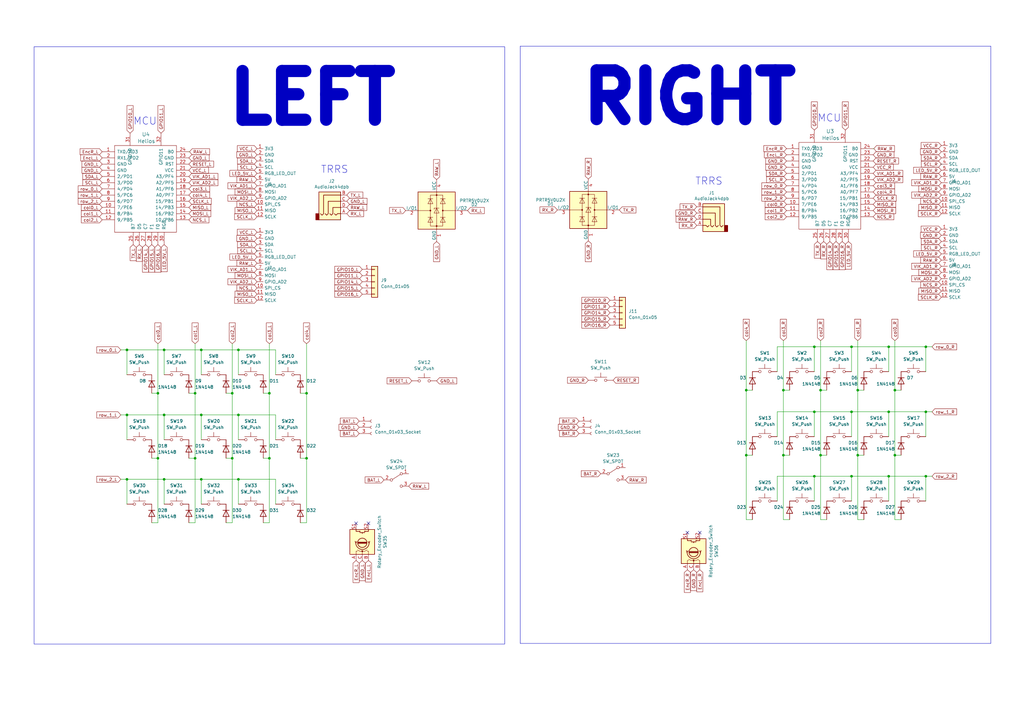
<source format=kicad_sch>
(kicad_sch (version 20230121) (generator eeschema)
  (paper "A3")
  (junction (at 52.07 143.51))
  (junction (at 64.77 161.29))
  (junction (at 334.01 195.326))
  (junction (at 306.07 186.69))
  (junction (at 64.77 187.96))
  (junction (at 367.03 160.02))
  (junction (at 336.55 186.69))
  (junction (at 364.49 142.24))
  (junction (at 367.03 186.69))
  (junction (at 321.31 186.69))
  (junction (at 80.01 161.29))
  (junction (at 97.79 170.18))
  (junction (at 95.25 161.29))
  (junction (at 82.55 170.18))
  (junction (at 334.01 142.24))
  (junction (at 97.79 143.51))
  (junction (at 336.55 160.02))
  (junction (at 349.25 168.91))
  (junction (at 334.01 168.91))
  (junction (at 82.55 196.596))
  (junction (at 125.73 187.96))
  (junction (at 82.55 143.51))
  (junction (at 67.31 196.596))
  (junction (at 95.25 187.96))
  (junction (at 364.49 195.326))
  (junction (at 52.07 170.18))
  (junction (at 52.07 196.596))
  (junction (at 306.07 160.02))
  (junction (at 379.73 195.326))
  (junction (at 97.79 196.596))
  (junction (at 110.49 187.96))
  (junction (at 349.25 195.326))
  (junction (at 110.49 161.29))
  (junction (at 67.31 170.18))
  (junction (at 125.73 161.29))
  (junction (at 351.79 186.69))
  (junction (at 364.49 168.91))
  (junction (at 379.73 142.24))
  (junction (at 80.01 187.96))
  (junction (at 321.31 160.02))
  (junction (at 351.79 160.02))
  (junction (at 379.73 168.91))
  (junction (at 349.25 142.24))
  (junction (at 67.31 143.51))
  (no_connect (at 281.94 218.44))
  (no_connect (at 146.05 214.63))
  (no_connect (at 287.02 218.44))
  (no_connect (at 151.13 214.63))
  (wire (pts (xy 334.01 142.24) (xy 334.01 152.4)))
  (wire (pts (xy 321.31 186.69) (xy 321.31 213.106)))
  (wire (pts (xy 379.73 142.24) (xy 364.49 142.24)))
  (wire (pts (xy 318.77 142.24) (xy 318.77 152.4)))
  (wire (pts (xy 95.25 187.96) (xy 95.25 161.29)))
  (wire (pts (xy 336.55 186.69) (xy 339.09 186.69)))
  (wire (pts (xy 367.03 186.69) (xy 369.57 186.69)))
  (wire (pts (xy 80.01 187.96) (xy 77.47 187.96)))
  (wire (pts (xy 349.25 168.91) (xy 349.25 179.07)))
  (wire (pts (xy 336.55 160.02) (xy 339.09 160.02)))
  (wire (pts (xy 336.55 139.7) (xy 336.55 160.02)))
  (wire (pts (xy 49.53 170.18) (xy 52.07 170.18)))
  (wire (pts (xy 369.57 213.106) (xy 367.03 213.106)))
  (wire (pts (xy 125.73 214.376) (xy 123.19 214.376)))
  (wire (pts (xy 334.01 195.326) (xy 334.01 205.486)))
  (wire (pts (xy 113.03 143.51) (xy 113.03 153.67)))
  (wire (pts (xy 306.07 186.69) (xy 306.07 160.02)))
  (wire (pts (xy 336.55 186.69) (xy 336.55 213.106)))
  (wire (pts (xy 125.73 161.29) (xy 123.19 161.29)))
  (wire (pts (xy 95.25 140.97) (xy 95.25 161.29)))
  (wire (pts (xy 110.49 187.96) (xy 110.49 161.29)))
  (wire (pts (xy 77.47 161.29) (xy 80.01 161.29)))
  (wire (pts (xy 351.79 139.7) (xy 351.79 160.02)))
  (wire (pts (xy 306.07 139.7) (xy 306.07 160.02)))
  (wire (pts (xy 367.03 186.69) (xy 367.03 160.02)))
  (wire (pts (xy 351.79 213.106) (xy 354.33 213.106)))
  (wire (pts (xy 364.49 168.91) (xy 364.49 179.07)))
  (wire (pts (xy 306.07 213.106) (xy 308.61 213.106)))
  (wire (pts (xy 110.49 161.29) (xy 107.95 161.29)))
  (wire (pts (xy 62.23 214.376) (xy 64.77 214.376)))
  (wire (pts (xy 334.01 142.24) (xy 318.77 142.24)))
  (wire (pts (xy 349.25 168.91) (xy 334.01 168.91)))
  (wire (pts (xy 64.77 187.96) (xy 64.77 161.29)))
  (wire (pts (xy 382.27 195.326) (xy 379.73 195.326)))
  (wire (pts (xy 364.49 142.24) (xy 349.25 142.24)))
  (wire (pts (xy 125.73 187.96) (xy 125.73 214.376)))
  (wire (pts (xy 334.01 168.91) (xy 334.01 179.07)))
  (wire (pts (xy 52.07 196.596) (xy 52.07 206.756)))
  (wire (pts (xy 125.73 140.97) (xy 125.73 161.29)))
  (wire (pts (xy 82.55 170.18) (xy 97.79 170.18)))
  (wire (pts (xy 52.07 196.596) (xy 67.31 196.596)))
  (wire (pts (xy 379.73 168.91) (xy 364.49 168.91)))
  (wire (pts (xy 379.73 179.07) (xy 379.73 168.91)))
  (wire (pts (xy 318.77 195.326) (xy 318.77 205.486)))
  (wire (pts (xy 382.27 168.91) (xy 379.73 168.91)))
  (wire (pts (xy 95.25 187.96) (xy 95.25 214.376)))
  (wire (pts (xy 97.79 143.51) (xy 97.79 153.67)))
  (wire (pts (xy 82.55 143.51) (xy 82.55 153.67)))
  (wire (pts (xy 82.55 196.596) (xy 97.79 196.596)))
  (wire (pts (xy 64.77 187.96) (xy 64.77 214.376)))
  (wire (pts (xy 113.03 196.596) (xy 113.03 206.756)))
  (wire (pts (xy 64.77 140.97) (xy 64.77 161.29)))
  (wire (pts (xy 52.07 170.18) (xy 67.31 170.18)))
  (wire (pts (xy 80.01 187.96) (xy 80.01 214.376)))
  (wire (pts (xy 77.47 62.23) (xy 77.724 62.23)))
  (wire (pts (xy 52.07 143.51) (xy 52.07 153.67)))
  (wire (pts (xy 67.31 196.596) (xy 82.55 196.596)))
  (wire (pts (xy 336.55 186.69) (xy 336.55 160.02)))
  (wire (pts (xy 349.25 195.326) (xy 334.01 195.326)))
  (wire (pts (xy 110.49 187.96) (xy 107.95 187.96)))
  (wire (pts (xy 110.49 187.96) (xy 110.49 214.376)))
  (wire (pts (xy 354.33 160.02) (xy 351.79 160.02)))
  (wire (pts (xy 67.31 196.596) (xy 67.31 206.756)))
  (wire (pts (xy 80.01 140.97) (xy 80.01 161.29)))
  (wire (pts (xy 110.49 140.97) (xy 110.49 161.29)))
  (wire (pts (xy 379.73 195.326) (xy 364.49 195.326)))
  (wire (pts (xy 364.49 142.24) (xy 364.49 152.4)))
  (wire (pts (xy 351.79 186.69) (xy 351.79 213.106)))
  (wire (pts (xy 367.03 160.02) (xy 369.57 160.02)))
  (wire (pts (xy 49.53 196.596) (xy 52.07 196.596)))
  (wire (pts (xy 379.73 142.24) (xy 379.73 152.4)))
  (wire (pts (xy 321.31 139.7) (xy 321.31 160.02)))
  (wire (pts (xy 52.07 143.51) (xy 67.31 143.51)))
  (wire (pts (xy 349.25 142.24) (xy 349.25 152.4)))
  (wire (pts (xy 349.25 142.24) (xy 334.01 142.24)))
  (wire (pts (xy 306.07 186.69) (xy 306.07 213.106)))
  (wire (pts (xy 351.79 186.69) (xy 354.33 186.69)))
  (wire (pts (xy 364.49 168.91) (xy 349.25 168.91)))
  (wire (pts (xy 49.53 143.51) (xy 52.07 143.51)))
  (wire (pts (xy 67.31 170.18) (xy 82.55 170.18)))
  (wire (pts (xy 321.31 186.69) (xy 321.31 160.02)))
  (wire (pts (xy 339.09 213.106) (xy 336.55 213.106)))
  (wire (pts (xy 321.31 160.02) (xy 323.85 160.02)))
  (wire (pts (xy 95.25 161.29) (xy 92.71 161.29)))
  (wire (pts (xy 321.31 213.106) (xy 323.85 213.106)))
  (wire (pts (xy 80.01 161.29) (xy 80.01 187.96)))
  (wire (pts (xy 97.79 170.18) (xy 97.79 180.34)))
  (wire (pts (xy 334.01 195.326) (xy 318.77 195.326)))
  (wire (pts (xy 349.25 195.326) (xy 349.25 205.486)))
  (wire (pts (xy 125.73 187.96) (xy 123.19 187.96)))
  (wire (pts (xy 306.07 186.69) (xy 308.61 186.69)))
  (wire (pts (xy 364.49 195.326) (xy 364.49 205.486)))
  (wire (pts (xy 92.71 214.376) (xy 95.25 214.376)))
  (wire (pts (xy 113.03 170.18) (xy 113.03 180.34)))
  (wire (pts (xy 358.14 60.96) (xy 358.394 60.96)))
  (wire (pts (xy 367.03 139.7) (xy 367.03 160.02)))
  (wire (pts (xy 351.79 160.02) (xy 351.79 186.69)))
  (wire (pts (xy 125.73 187.96) (xy 125.73 161.29)))
  (wire (pts (xy 110.49 214.376) (xy 107.95 214.376)))
  (wire (pts (xy 382.27 142.24) (xy 379.73 142.24)))
  (wire (pts (xy 80.01 214.376) (xy 77.47 214.376)))
  (wire (pts (xy 52.07 180.34) (xy 52.07 170.18)))
  (wire (pts (xy 64.77 187.96) (xy 62.23 187.96)))
  (wire (pts (xy 321.31 186.69) (xy 323.85 186.69)))
  (wire (pts (xy 67.31 143.51) (xy 82.55 143.51)))
  (wire (pts (xy 334.01 168.91) (xy 318.77 168.91)))
  (wire (pts (xy 367.03 186.69) (xy 367.03 213.106)))
  (wire (pts (xy 67.31 143.51) (xy 67.31 153.67)))
  (wire (pts (xy 318.77 168.91) (xy 318.77 179.07)))
  (wire (pts (xy 82.55 170.18) (xy 82.55 180.34)))
  (wire (pts (xy 306.07 160.02) (xy 308.61 160.02)))
  (wire (pts (xy 67.31 170.18) (xy 67.31 180.34)))
  (wire (pts (xy 97.79 196.596) (xy 113.03 196.596)))
  (wire (pts (xy 82.55 143.51) (xy 97.79 143.51)))
  (wire (pts (xy 82.55 196.596) (xy 82.55 206.756)))
  (wire (pts (xy 379.73 195.326) (xy 379.73 205.486)))
  (wire (pts (xy 97.79 196.596) (xy 97.79 206.756)))
  (wire (pts (xy 97.79 170.18) (xy 113.03 170.18)))
  (wire (pts (xy 95.25 187.96) (xy 92.71 187.96)))
  (wire (pts (xy 64.77 161.29) (xy 62.23 161.29)))
  (wire (pts (xy 364.49 195.326) (xy 349.25 195.326)))
  (wire (pts (xy 97.79 143.51) (xy 113.03 143.51)))
  (rectangle (start 13.97 19.177) (end 207.01 264.16))
  (rectangle (start 213.36 263.906) (end 406.4 18.923))
  (text "TRRS" (at 296.418 76.2 0) (effects (font (size 2.9972 2.9972)) (justify right bottom)))
  (text "MCU" (at 54.61 51.562 0) (effects (font (size 2.9972 2.9972)) (justify left bottom)))
  (text "MCU" (at 335.28 50.292 0) (effects (font (size 2.9972 2.9972)) (justify left bottom)))
  (text "LEFT" (at 91.44 52.07 0) (effects (font (size 20 20) (thickness 6) bold) (justify left bottom)))
  (text "RIGHT\n" (at 328.93 51.816 0) (effects (font (size 20 20) (thickness 6) bold) (justify right bottom)))
  (text "TRRS" (at 131.572 71.374 0) (effects (font (size 2.9972 2.9972)) (justify left bottom)))
  (global_label "GPIO14_R" (shape input) (at 340.36 99.06 270) (property "Intersheetrefs" "${INTERSHEET_REFS}" (effects hide)))
  (global_label "NCS_L" (shape input) (at 77.47 90.17 0) (property "Intersheetrefs" "${INTERSHEET_REFS}" (effects hide)))
  (global_label "EncL_R" (shape input) (at 322.58 63.5 180) (property "Intersheetrefs" "${INTERSHEET_REFS}" (effects hide)))
  (global_label "GPIO15_R" (shape input) (at 250.19 130.81 180) (property "Intersheetrefs" "${INTERSHEET_REFS}" (effects hide)))
  (global_label "VCC_R" (shape input) (at 386.08 59.69 180) (property "Intersheetrefs" "${INTERSHEET_REFS}" (effects hide)))
  (global_label "VIK_AD2_L" (shape input) (at 105.41 81.28 180) (property "Intersheetrefs" "${INTERSHEET_REFS}" (effects hide)))
  (global_label "EncR_L" (shape input) (at 41.91 62.23 180) (property "Intersheetrefs" "${INTERSHEET_REFS}" (effects hide)))
  (global_label "TX_L" (shape input) (at 54.61 100.33 270) (property "Intersheetrefs" "${INTERSHEET_REFS}" (effects hide)))
  (global_label "RX_R" (shape input) (at 228.6 86.106 180) (property "Intersheetrefs" "${INTERSHEET_REFS}" (effects hide)))
  (global_label "NCS_R" (shape input) (at 386.08 82.55 180) (property "Intersheetrefs" "${INTERSHEET_REFS}" (effects hide)))
  (global_label "EncL_L" (shape input) (at 151.13 229.87 270) (property "Intersheetrefs" "${INTERSHEET_REFS}" (effects hide)))
  (global_label "SDA_R" (shape input) (at 322.58 71.12 180) (property "Intersheetrefs" "${INTERSHEET_REFS}" (effects hide)))
  (global_label "LED_5V_R" (shape input) (at 386.08 69.85 180) (property "Intersheetrefs" "${INTERSHEET_REFS}" (effects hide)))
  (global_label "SCLK_R" (shape input) (at 386.08 87.63 180) (property "Intersheetrefs" "${INTERSHEET_REFS}" (effects hide)))
  (global_label "row_0_L" (shape input) (at 49.53 143.51 180) (property "Intersheetrefs" "${INTERSHEET_REFS}" (effects hide)))
  (global_label "GND_R" (shape input) (at 386.08 96.52 180) (property "Intersheetrefs" "${INTERSHEET_REFS}" (effects hide)))
  (global_label "GPIO10_R" (shape input) (at 334.01 53.34 90) (property "Intersheetrefs" "${INTERSHEET_REFS}" (effects hide)))
  (global_label "VIK_AD2_L" (shape input) (at 105.41 115.57 180) (property "Intersheetrefs" "${INTERSHEET_REFS}" (effects hide)))
  (global_label "BAT_L" (shape input) (at 147.32 172.72 180) (property "Intersheetrefs" "${INTERSHEET_REFS}" (effects hide)))
  (global_label "EncL_R" (shape input) (at 287.02 233.68 270) (property "Intersheetrefs" "${INTERSHEET_REFS}" (effects hide)))
  (global_label "SDA_L" (shape input) (at 105.41 66.04 180) (property "Intersheetrefs" "${INTERSHEET_REFS}" (effects hide)))
  (global_label "col1_L" (shape input) (at 80.01 140.97 90) (property "Intersheetrefs" "${INTERSHEET_REFS}" (effects hide)))
  (global_label "SCL_R" (shape input) (at 386.08 101.6 180) (property "Intersheetrefs" "${INTERSHEET_REFS}" (effects hide)))
  (global_label "SDA_R" (shape input) (at 386.08 99.06 180) (property "Intersheetrefs" "${INTERSHEET_REFS}" (effects hide)))
  (global_label "row_0_R" (shape input) (at 322.58 76.2 180) (property "Intersheetrefs" "${INTERSHEET_REFS}" (effects hide)))
  (global_label "GPIO11_R" (shape input) (at 346.71 53.34 90) (property "Intersheetrefs" "${INTERSHEET_REFS}" (effects hide)))
  (global_label "SCL_R" (shape input) (at 386.08 67.31 180) (property "Intersheetrefs" "${INTERSHEET_REFS}" (effects hide)))
  (global_label "MISO_R" (shape input) (at 386.08 119.38 180) (property "Intersheetrefs" "${INTERSHEET_REFS}" (effects hide)))
  (global_label "col1_R" (shape input) (at 351.79 139.7 90) (property "Intersheetrefs" "${INTERSHEET_REFS}" (effects hide)))
  (global_label "EncL_L" (shape input) (at 41.91 64.77 180) (property "Intersheetrefs" "${INTERSHEET_REFS}" (effects hide)))
  (global_label "VIK_AD1_L" (shape input) (at 105.41 110.49 180) (property "Intersheetrefs" "${INTERSHEET_REFS}" (effects hide)))
  (global_label "MISO_R" (shape input) (at 386.08 85.09 180) (property "Intersheetrefs" "${INTERSHEET_REFS}" (effects hide)))
  (global_label "RX_L" (shape input) (at 191.77 86.36 0) (property "Intersheetrefs" "${INTERSHEET_REFS}" (effects hide)))
  (global_label "MOSI_R" (shape input) (at 386.08 77.47 180) (property "Intersheetrefs" "${INTERSHEET_REFS}" (effects hide)))
  (global_label "SCLK_L" (shape input) (at 77.47 82.55 0) (property "Intersheetrefs" "${INTERSHEET_REFS}" (effects hide)))
  (global_label "GND_L" (shape input) (at 105.41 97.79 180) (property "Intersheetrefs" "${INTERSHEET_REFS}" (effects hide)))
  (global_label "GND_L" (shape input) (at 179.07 99.06 270) (property "Intersheetrefs" "${INTERSHEET_REFS}" (effects hide)))
  (global_label "TX_L" (shape input) (at 166.37 86.36 180) (property "Intersheetrefs" "${INTERSHEET_REFS}" (effects hide)))
  (global_label "row_1_L" (shape input) (at 41.91 80.01 180) (property "Intersheetrefs" "${INTERSHEET_REFS}" (effects hide)))
  (global_label "GPIO15_R" (shape input) (at 342.9 99.06 270) (property "Intersheetrefs" "${INTERSHEET_REFS}" (effects hide)))
  (global_label "GND_R" (shape input) (at 322.58 66.04 180) (property "Intersheetrefs" "${INTERSHEET_REFS}" (effects hide)))
  (global_label "SDA_R" (shape input) (at 386.08 64.77 180) (property "Intersheetrefs" "${INTERSHEET_REFS}" (effects hide)))
  (global_label "RAW_R" (shape input) (at 358.394 60.96 0) (property "Intersheetrefs" "${INTERSHEET_REFS}" (effects hide)))
  (global_label "BAT_R" (shape input) (at 237.49 177.8 180) (property "Intersheetrefs" "${INTERSHEET_REFS}" (effects hide)))
  (global_label "row_2_L" (shape input) (at 49.53 196.596 180) (property "Intersheetrefs" "${INTERSHEET_REFS}" (effects hide)))
  (global_label "GND_L" (shape input) (at 105.41 63.5 180) (property "Intersheetrefs" "${INTERSHEET_REFS}" (effects hide)))
  (global_label "RX_L" (shape input) (at 142.24 87.63 0) (property "Intersheetrefs" "${INTERSHEET_REFS}" (effects hide)))
  (global_label "MISO_R" (shape input) (at 358.14 83.82 0) (property "Intersheetrefs" "${INTERSHEET_REFS}" (effects hide)))
  (global_label "row_0_R" (shape input) (at 382.27 142.24 0) (property "Intersheetrefs" "${INTERSHEET_REFS}" (effects hide)))
  (global_label "NCS_R" (shape input) (at 358.14 88.9 0) (property "Intersheetrefs" "${INTERSHEET_REFS}" (effects hide)))
  (global_label "MOSI_R" (shape input) (at 358.14 86.36 0) (property "Intersheetrefs" "${INTERSHEET_REFS}" (effects hide)))
  (global_label "RAW_R" (shape input) (at 256.54 196.85 0) (property "Intersheetrefs" "${INTERSHEET_REFS}" (effects hide)))
  (global_label "row_1_R" (shape input) (at 382.27 168.91 0) (property "Intersheetrefs" "${INTERSHEET_REFS}" (effects hide)))
  (global_label "LED_5V_R" (shape input) (at 347.98 99.06 270) (property "Intersheetrefs" "${INTERSHEET_REFS}" (effects hide)))
  (global_label "col1_L" (shape input) (at 41.91 87.63 180) (property "Intersheetrefs" "${INTERSHEET_REFS}" (effects hide)))
  (global_label "RAW_L" (shape input) (at 179.07 73.66 90) (property "Intersheetrefs" "${INTERSHEET_REFS}" (effects hide)))
  (global_label "VIK_AD1_R" (shape input) (at 386.08 74.93 180) (property "Intersheetrefs" "${INTERSHEET_REFS}" (effects hide)))
  (global_label "NCS_L" (shape input) (at 105.41 83.82 180) (property "Intersheetrefs" "${INTERSHEET_REFS}" (effects hide)))
  (global_label "col2_L" (shape input) (at 95.25 140.97 90) (property "Intersheetrefs" "${INTERSHEET_REFS}" (effects hide)))
  (global_label "VIK_AD1_R" (shape input) (at 386.08 109.22 180) (property "Intersheetrefs" "${INTERSHEET_REFS}" (effects hide)))
  (global_label "MISO_L" (shape input) (at 77.47 85.09 0) (property "Intersheetrefs" "${INTERSHEET_REFS}" (effects hide)))
  (global_label "col0_R" (shape input) (at 322.58 83.82 180) (property "Intersheetrefs" "${INTERSHEET_REFS}" (effects hide)))
  (global_label "MOSI_R" (shape input) (at 386.08 111.76 180) (property "Intersheetrefs" "${INTERSHEET_REFS}" (effects hide)))
  (global_label "GPIO11_R" (shape input) (at 250.19 125.73 180) (property "Intersheetrefs" "${INTERSHEET_REFS}" (effects hide)))
  (global_label "GND_R" (shape input) (at 241.3 155.956 180) (property "Intersheetrefs" "${INTERSHEET_REFS}" (effects hide)))
  (global_label "RAW_R" (shape input) (at 285.75 89.916 180) (property "Intersheetrefs" "${INTERSHEET_REFS}" (effects hide)))
  (global_label "MOSI_L" (shape input) (at 105.41 113.03 180) (property "Intersheetrefs" "${INTERSHEET_REFS}" (effects hide)))
  (global_label "GPIO15_L" (shape input) (at 62.23 100.33 270) (property "Intersheetrefs" "${INTERSHEET_REFS}" (effects hide)))
  (global_label "GND_L" (shape input) (at 142.24 82.55 0) (property "Intersheetrefs" "${INTERSHEET_REFS}" (effects hide)))
  (global_label "col3_L" (shape input) (at 77.47 77.47 0) (property "Intersheetrefs" "${INTERSHEET_REFS}" (effects hide)))
  (global_label "MOSI_L" (shape input) (at 105.41 78.74 180) (property "Intersheetrefs" "${INTERSHEET_REFS}" (effects hide)))
  (global_label "GND_R" (shape input) (at 386.08 62.23 180) (property "Intersheetrefs" "${INTERSHEET_REFS}" (effects hide)))
  (global_label "GND_L" (shape input) (at 179.07 156.21 0) (property "Intersheetrefs" "${INTERSHEET_REFS}" (effects hide)))
  (global_label "GPIO14_R" (shape input) (at 250.19 128.27 180) (property "Intersheetrefs" "${INTERSHEET_REFS}" (effects hide)))
  (global_label "SCLK_R" (shape input) (at 358.14 81.28 0) (property "Intersheetrefs" "${INTERSHEET_REFS}" (effects hide)))
  (global_label "RAW_R" (shape input) (at 241.3 73.406 90) (property "Intersheetrefs" "${INTERSHEET_REFS}" (effects hide)))
  (global_label "row_2_R" (shape input) (at 322.58 81.28 180) (property "Intersheetrefs" "${INTERSHEET_REFS}" (effects hide)))
  (global_label "SCL_L" (shape input) (at 105.41 102.87 180) (property "Intersheetrefs" "${INTERSHEET_REFS}" (effects hide)))
  (global_label "VIK_AD2_L" (shape input) (at 77.47 74.93 0) (property "Intersheetrefs" "${INTERSHEET_REFS}" (effects hide)))
  (global_label "RAW_R" (shape input) (at 386.08 72.39 180) (property "Intersheetrefs" "${INTERSHEET_REFS}" (effects hide)))
  (global_label "VIK_AD1_L" (shape input) (at 105.41 76.2 180) (property "Intersheetrefs" "${INTERSHEET_REFS}" (effects hide)))
  (global_label "RAW_L" (shape input) (at 77.724 62.23 0) (property "Intersheetrefs" "${INTERSHEET_REFS}" (effects hide)))
  (global_label "col3_L" (shape input) (at 110.49 140.97 90) (property "Intersheetrefs" "${INTERSHEET_REFS}" (effects hide)))
  (global_label "GND_R" (shape input) (at 241.3 98.806 270) (property "Intersheetrefs" "${INTERSHEET_REFS}" (effects hide)))
  (global_label "LED_5V_L" (shape input) (at 67.31 100.33 270) (property "Intersheetrefs" "${INTERSHEET_REFS}" (effects hide)))
  (global_label "col4_L" (shape input) (at 125.73 140.97 90) (property "Intersheetrefs" "${INTERSHEET_REFS}" (effects hide)))
  (global_label "BAT_L" (shape input) (at 147.32 177.8 180) (property "Intersheetrefs" "${INTERSHEET_REFS}" (effects hide)))
  (global_label "RAW_L" (shape input) (at 142.24 85.09 0) (property "Intersheetrefs" "${INTERSHEET_REFS}" (effects hide)))
  (global_label "GND_L" (shape input) (at 147.32 175.26 180) (property "Intersheetrefs" "${INTERSHEET_REFS}" (effects hide)))
  (global_label "LED_5V_L" (shape input) (at 105.41 71.12 180) (property "Intersheetrefs" "${INTERSHEET_REFS}" (effects hide)))
  (global_label "RAW_R" (shape input) (at 386.08 106.68 180) (property "Intersheetrefs" "${INTERSHEET_REFS}" (effects hide)))
  (global_label "GPIO15_L" (shape input) (at 148.59 118.11 180) (property "Intersheetrefs" "${INTERSHEET_REFS}" (effects hide)))
  (global_label "SCL_R" (shape input) (at 322.58 73.66 180) (property "Intersheetrefs" "${INTERSHEET_REFS}" (effects hide)))
  (global_label "RAW_L" (shape input) (at 167.64 199.39 0) (property "Intersheetrefs" "${INTERSHEET_REFS}" (effects hide)))
  (global_label "RAW_L" (shape input) (at 105.41 107.95 180) (property "Intersheetrefs" "${INTERSHEET_REFS}" (effects hide)))
  (global_label "BAT_R" (shape input) (at 237.49 172.72 180) (property "Intersheetrefs" "${INTERSHEET_REFS}" (effects hide)))
  (global_label "RESET_R" (shape input) (at 358.14 66.04 0) (property "Intersheetrefs" "${INTERSHEET_REFS}" (effects hide)))
  (global_label "row_1_R" (shape input) (at 322.58 78.74 180) (property "Intersheetrefs" "${INTERSHEET_REFS}" (effects hide)))
  (global_label "RESET_L" (shape input) (at 168.91 156.21 180) (property "Intersheetrefs" "${INTERSHEET_REFS}" (effects hide)))
  (global_label "BAT_L" (shape input) (at 157.48 196.85 180) (property "Intersheetrefs" "${INTERSHEET_REFS}" (effects hide)))
  (global_label "GND_L" (shape input) (at 41.91 67.31 180) (property "Intersheetrefs" "${INTERSHEET_REFS}" (effects hide)))
  (global_label "RX_R" (shape input) (at 337.82 99.06 270) (property "Intersheetrefs" "${INTERSHEET_REFS}" (effects hide)))
  (global_label "col3_R" (shape input) (at 321.31 139.7 90) (property "Intersheetrefs" "${INTERSHEET_REFS}" (effects hide)))
  (global_label "GPIO16_L" (shape input) (at 64.77 100.33 270) (property "Intersheetrefs" "${INTERSHEET_REFS}" (effects hide)))
  (global_label "RAW_L" (shape input) (at 105.41 73.66 180) (property "Intersheetrefs" "${INTERSHEET_REFS}" (effects hide)))
  (global_label "VCC_R" (shape input) (at 358.14 68.58 0) (property "Intersheetrefs" "${INTERSHEET_REFS}" (effects hide)))
  (global_label "VIK_AD2_R" (shape input) (at 386.08 114.3 180) (property "Intersheetrefs" "${INTERSHEET_REFS}" (effects hide)))
  (global_label "VCC_L" (shape input) (at 105.41 60.96 180) (property "Intersheetrefs" "${INTERSHEET_REFS}" (effects hide)))
  (global_label "LED_5V_R" (shape input) (at 386.08 104.14 180) (property "Intersheetrefs" "${INTERSHEET_REFS}" (effects hide)))
  (global_label "GND_L" (shape input) (at 77.47 64.77 0) (property "Intersheetrefs" "${INTERSHEET_REFS}" (effects hide)))
  (global_label "GPIO16_R" (shape input) (at 250.19 133.35 180) (property "Intersheetrefs" "${INTERSHEET_REFS}" (effects hide)))
  (global_label "MISO_L" (shape input) (at 105.41 120.65 180) (property "Intersheetrefs" "${INTERSHEET_REFS}" (effects hide)))
  (global_label "VIK_AD1_L" (shape input) (at 77.47 72.39 0) (property "Intersheetrefs" "${INTERSHEET_REFS}" (effects hide)))
  (global_label "NCS_R" (shape input) (at 386.08 116.84 180) (property "Intersheetrefs" "${INTERSHEET_REFS}" (effects hide)))
  (global_label "col4_R" (shape input) (at 306.07 139.7 90) (property "Intersheetrefs" "${INTERSHEET_REFS}" (effects hide)))
  (global_label "col2_L" (shape input) (at 41.91 90.17 180) (property "Intersheetrefs" "${INTERSHEET_REFS}" (effects hide)))
  (global_label "GND_R" (shape input) (at 322.58 68.58 180) (property "Intersheetrefs" "${INTERSHEET_REFS}" (effects hide)))
  (global_label "TX_R" (shape input) (at 335.28 99.06 270) (property "Intersheetrefs" "${INTERSHEET_REFS}" (effects hide)))
  (global_label "row_1_L" (shape input) (at 49.53 170.18 180) (property "Intersheetrefs" "${INTERSHEET_REFS}" (effects hide)))
  (global_label "row_2_L" (shape input) (at 41.91 82.55 180) (property "Intersheetrefs" "${INTERSHEET_REFS}" (effects hide)))
  (global_label "SCLK_R" (shape input) (at 386.08 121.92 180) (property "Intersheetrefs" "${INTERSHEET_REFS}" (effects hide)))
  (global_label "EncR_R" (shape input) (at 281.94 233.68 270) (property "Intersheetrefs" "${INTERSHEET_REFS}" (effects hide)))
  (global_label "VCC_R" (shape input) (at 386.08 93.98 180) (property "Intersheetrefs" "${INTERSHEET_REFS}" (effects hide)))
  (global_label "VIK_AD2_R" (shape input) (at 386.08 80.01 180) (property "Intersheetrefs" "${INTERSHEET_REFS}" (effects hide)))
  (global_label "GND_R" (shape input) (at 237.49 175.26 180) (property "Intersheetrefs" "${INTERSHEET_REFS}" (effects hide)))
  (global_label "GPIO10_R" (shape input) (at 250.19 123.19 180) (property "Intersheetrefs" "${INTERSHEET_REFS}" (effects hide)))
  (global_label "GND_R" (shape input) (at 358.14 63.5 0) (property "Intersheetrefs" "${INTERSHEET_REFS}" (effects hide)))
  (global_label "GND_R" (shape input) (at 285.75 87.376 180) (property "Intersheetrefs" "${INTERSHEET_REFS}" (effects hide)))
  (global_label "GPIO11_L" (shape input) (at 66.04 54.61 90) (property "Intersheetrefs" "${INTERSHEET_REFS}" (effects hide)))
  (global_label "GND_L" (shape input) (at 148.59 229.87 270) (property "Intersheetrefs" "${INTERSHEET_REFS}" (effects hide)))
  (global_label "col0_L" (shape input) (at 64.77 140.97 90) (property "Intersheetrefs" "${INTERSHEET_REFS}" (effects hide)))
  (global_label "GPIO16_R" (shape input) (at 345.44 99.06 270) (property "Intersheetrefs" "${INTERSHEET_REFS}" (effects hide)))
  (global_label "row_2_R" (shape input) (at 382.27 195.326 0) (property "Intersheetrefs" "${INTERSHEET_REFS}" (effects hide)))
  (global_label "EncR_R" (shape input) (at 322.58 60.96 180) (property "Intersheetrefs" "${INTERSHEET_REFS}" (effects hide)))
  (global_label "SCL_L" (shape input) (at 105.41 68.58 180) (property "Intersheetrefs" "${INTERSHEET_REFS}" (effects hide)))
  (global_label "GND_R" (shape input) (at 284.48 233.68 270) (property "Intersheetrefs" "${INTERSHEET_REFS}" (effects hide)))
  (global_label "col4_R" (shape input) (at 358.14 78.74 0) (property "Intersheetrefs" "${INTERSHEET_REFS}" (effects hide)))
  (global_label "RESET_R" (shape input) (at 251.46 155.956 0) (property "Intersheetrefs" "${INTERSHEET_REFS}" (effects hide)))
  (global_label "row_0_L" (shape input) (at 41.91 77.47 180) (property "Intersheetrefs" "${INTERSHEET_REFS}" (effects hide)))
  (global_label "GPIO10_L" (shape input) (at 53.34 54.61 90) (property "Intersheetrefs" "${INTERSHEET_REFS}" (effects hide)))
  (global_label "LED_5V_L" (shape input) (at 105.41 105.41 180) (property "Intersheetrefs" "${INTERSHEET_REFS}" (effects hide)))
  (global_label "SDA_L" (shape input) (at 105.41 100.33 180) (property "Intersheetrefs" "${INTERSHEET_REFS}" (effects hide)))
  (global_label "TX_R" (shape input) (at 285.75 84.836 180) (property "Intersheetrefs" "${INTERSHEET_REFS}" (effects hide)))
  (global_label "GPIO10_L" (shape input) (at 148.59 110.49 180) (property "Intersheetrefs" "${INTERSHEET_REFS}" (effects hide)))
  (global_label "MISO_L" (shape input) (at 105.41 86.36 180) (property "Intersheetrefs" "${INTERSHEET_REFS}" (effects hide)))
  (global_label "TX_L" (shape input) (at 142.24 80.01 0) (property "Intersheetrefs" "${INTERSHEET_REFS}" (effects hide)))
  (global_label "SDA_L" (shape input) (at 41.91 72.39 180) (property "Intersheetrefs" "${INTERSHEET_REFS}" (effects hide)))
  (global_label "EncR_L" (shape input) (at 146.05 229.87 270) (property "Intersheetrefs" "${INTERSHEET_REFS}" (effects hide)))
  (global_label "RX_R" (shape input) (at 285.75 92.456 180) (property "Intersheetrefs" "${INTERSHEET_REFS}" (effects hide)))
  (global_label "RESET_L" (shape input) (at 77.47 67.31 0) (property "Intersheetrefs" "${INTERSHEET_REFS}" (effects hide)))
  (global_label "RX_L" (shape input) (at 57.15 100.33 270) (property "Intersheetrefs" "${INTERSHEET_REFS}" (effects hide)))
  (global_label "GPIO11_L" (shape input) (at 148.59 113.03 180) (property "Intersheetrefs" "${INTERSHEET_REFS}" (effects hide)))
  (global_label "VCC_L" (shape input) (at 105.41 95.25 180) (property "Intersheetrefs" "${INTERSHEET_REFS}" (effects hide)))
  (global_label "col4_L" (shape input) (at 77.47 80.01 0) (property "Intersheetrefs" "${INTERSHEET_REFS}" (effects hide)))
  (global_label "TX_R" (shape input) (at 254 86.106 0) (property "Intersheetrefs" "${INTERSHEET_REFS}" (effects hide)))
  (global_label "MOSI_L" (shape input) (at 77.47 87.63 0) (property "Intersheetrefs" "${INTERSHEET_REFS}" (effects hide)))
  (global_label "col0_R" (shape input) (at 367.03 139.7 90) (property "Intersheetrefs" "${INTERSHEET_REFS}" (effects hide)))
  (global_label "SCL_L" (shape input) (at 41.91 74.93 180) (property "Intersheetrefs" "${INTERSHEET_REFS}" (effects hide)))
  (global_label "VCC_L" (shape input) (at 77.47 69.85 0) (property "Intersheetrefs" "${INTERSHEET_REFS}" (effects hide)))
  (global_label "col2_R" (shape input) (at 322.58 88.9 180) (property "Intersheetrefs" "${INTERSHEET_REFS}" (effects hide)))
  (global_label "GND_L" (shape input) (at 41.91 69.85 180) (property "Intersheetrefs" "${INTERSHEET_REFS}" (effects hide)))
  (global_label "VIK_AD2_R" (shape input) (at 358.14 73.66 0) (property "Intersheetrefs" "${INTERSHEET_REFS}" (effects hide)))
  (global_label "col3_R" (shape input) (at 358.14 76.2 0) (property "Intersheetrefs" "${INTERSHEET_REFS}" (effects hide)))
  (global_label "GPIO14_L" (shape input) (at 59.69 100.33 270) (property "Intersheetrefs" "${INTERSHEET_REFS}" (effects hide)))
  (global_label "BAT_R" (shape input) (at 246.38 194.31 180) (property "Intersheetrefs" "${INTERSHEET_REFS}" (effects hide)))
  (global_label "col1_R" (shape input) (at 322.58 86.36 180) (property "Intersheetrefs" "${INTERSHEET_REFS}" (effects hide)))
  (global_label "GPIO14_L" (shape input) (at 148.59 115.57 180) (property "Intersheetrefs" "${INTERSHEET_REFS}" (effects hide)))
  (global_label "VIK_AD1_R" (shape input) (at 358.14 71.12 0) (property "Intersheetrefs" "${INTERSHEET_REFS}" (effects hide)))
  (global_label "GPIO16_L" (shape input) (at 148.59 120.65 180) (property "Intersheetrefs" "${INTERSHEET_REFS}" (effects hide)))
  (global_label "col2_R" (shape input) (at 336.55 139.7 90) (property "Intersheetrefs" "${INTERSHEET_REFS}" (effects hide)))
  (global_label "col0_L" (shape input) (at 41.91 85.09 180) (property "Intersheetrefs" "${INTERSHEET_REFS}" (effects hide)))
  (global_label "SCLK_L" (shape input) (at 105.41 123.19 180) (property "Intersheetrefs" "${INTERSHEET_REFS}" (effects hide)))
  (global_label "SCLK_L" (shape input) (at 105.41 88.9 180) (property "Intersheetrefs" "${INTERSHEET_REFS}" (effects hide)))
  (global_label "NCS_L" (shape input) (at 105.41 118.11 180) (property "Intersheetrefs" "${INTERSHEET_REFS}" (effects hide)))
  (symbol (lib_id "Connector:Conn_01x03_Socket") (at 152.4 175.26 0) (unit 1)
    (property "Reference" "J3" (at 153.67 174.625 0) (effects (justify left)))
    (property "Value" "Conn_01x03_Socket" (at 153.67 177.165 0) (effects (justify left)))
    (property "Footprint" "Alaa:3JST_BAT" (effects hide))
  )
  (symbol (lib_id "alaa:Helios_SeaPicro") (at 59.69 76.2 0) (unit 1)
    (property "Reference" "U4" (at 58.166 55.118 0) (effects (font (size 1.524 1.524)) (justify left)))
    (property "Value" "Helios" (at 56.388 57.912 0) (effects (font (size 1.524 1.524)) (justify left)))
    (property "Footprint" "Alaa:Helios-Nano" (effects hide))
  )
  (symbol (lib_id "alaa:Diode_1N4148") (at 107.95 157.48 270) (unit 1)
    (property "Reference" "D11" (at 110.49 156.2099 90) (effects (justify left)))
    (property "Value" "1N4148" (effects hide))
    (property "Footprint" "Diode_SMD:D_SOD-123" (effects hide))
    (property "Datasheet" "https://assets.nexperia.com/documents/data-sheet/1N4148_1N4448.pdf" (effects hide))
    (property "LCSC" "C8598" (effects hide))
    (property "MPN " "B5819W SL" (effects hide))
    (property "Package" "SOD-123" (effects hide))
  )
  (symbol (lib_id "alaa:Diode_1N4148") (at 123.19 210.566 270) (unit 1)
    (property "Reference" "D32" (at 125.73 209.2959 90) (effects (justify left)))
    (property "Value" "1N4148" (effects hide))
    (property "Footprint" "Diode_SMD:D_SOD-123" (effects hide))
    (property "Datasheet" "https://assets.nexperia.com/documents/data-sheet/1N4148_1N4448.pdf" (effects hide))
    (property "LCSC" "C8598" (effects hide))
    (property "MPN " "B5819W SL" (effects hide))
    (property "Package" "SOD-123" (effects hide))
  )
  (symbol (lib_id "alaa:Diode_1N4148") (at 62.23 184.15 270) (unit 1)
    (property "Reference" "D18" (at 64.77 182.8799 90) (effects (justify left)))
    (property "Value" "1N4148" (at 64.77 185.4199 90) (effects (justify left)))
    (property "Footprint" "Diode_SMD:D_SOD-123" (effects hide))
    (property "Datasheet" "https://assets.nexperia.com/documents/data-sheet/1N4148_1N4448.pdf" (effects hide))
    (property "LCSC" "C8598" (effects hide))
    (property "MPN " "B5819W SL" (effects hide))
    (property "Package" "SOD-123" (effects hide))
  )
  (symbol (lib_id "Switch:SW_Push") (at 313.69 205.486 0) (mirror y) (unit 1)
    (property "Reference" "SW25" (at 313.69 197.866 0))
    (property "Value" "SW_Push" (at 313.69 200.406 0))
    (property "Footprint" "Alaa:choc_hotswap" (effects hide))
  )
  (symbol (lib_id "alaa:Diode_1N4148") (at 77.47 184.15 270) (unit 1)
    (property "Reference" "D19" (at 80.01 182.8799 90) (effects (justify left)))
    (property "Value" "1N4148" (at 80.01 185.4199 90) (effects (justify left)))
    (property "Footprint" "Diode_SMD:D_SOD-123" (effects hide))
    (property "Datasheet" "https://assets.nexperia.com/documents/data-sheet/1N4148_1N4448.pdf" (effects hide))
    (property "LCSC" "C8598" (effects hide))
    (property "MPN " "B5819W SL" (effects hide))
    (property "Package" "SOD-123" (effects hide))
  )
  (symbol (lib_id "alaa:Diode_1N4148") (at 354.33 156.21 90) (mirror x) (unit 1)
    (property "Reference" "D6" (at 351.79 154.9399 90) (effects (justify left)))
    (property "Value" "1N4148" (at 351.79 157.4799 90) (effects (justify left)))
    (property "Footprint" "Diode_SMD:D_SOD-123" (effects hide))
    (property "Datasheet" "https://assets.nexperia.com/documents/data-sheet/1N4148_1N4448.pdf" (effects hide))
    (property "LCSC" "C8598" (effects hide))
    (property "MPN " "B5819W SL" (effects hide))
    (property "Package" "SOD-123" (effects hide))
  )
  (symbol (lib_id "Switch:SW_Push") (at 87.63 153.67 0) (unit 1)
    (property "Reference" "SW8" (at 87.63 146.05 0))
    (property "Value" "SW_Push" (at 87.63 148.59 0))
    (property "Footprint" "Alaa:choc_hotswap" (effects hide))
  )
  (symbol (lib_id "Connector_Generic:Conn_01x05") (at 255.27 128.27 0) (unit 1)
    (property "Reference" "J11" (at 257.81 127.635 0) (effects (justify left)))
    (property "Value" "Conn_01x05" (at 257.81 130.175 0) (effects (justify left)))
    (property "Footprint" "Connector_PinHeader_2.54mm:PinHeader_1x05_P2.54mm_Vertical" (effects hide))
  )
  (symbol (lib_id "Switch:SW_Push") (at 102.87 206.756 0) (unit 1)
    (property "Reference" "SW33" (at 102.87 199.136 0))
    (property "Value" "SW_Push" (at 102.87 201.676 0))
    (property "Footprint" "Alaa:choc_hotswap" (effects hide))
  )
  (symbol (lib_id "alaa:Diode_1N4148") (at 369.57 209.296 90) (mirror x) (unit 1)
    (property "Reference" "D27" (at 367.03 208.0259 90) (effects (justify left)))
    (property "Value" "1N4148" (at 367.03 210.5659 90) (effects (justify left)))
    (property "Footprint" "Diode_SMD:D_SOD-123" (effects hide))
    (property "Datasheet" "https://assets.nexperia.com/documents/data-sheet/1N4148_1N4448.pdf" (effects hide))
    (property "LCSC" "C8598" (effects hide))
    (property "MPN " "B5819W SL" (effects hide))
    (property "Package" "SOD-123" (effects hide))
  )
  (symbol (lib_id "alaa:Diode_1N4148") (at 308.61 156.21 90) (mirror x) (unit 1)
    (property "Reference" "D3" (at 306.07 154.9399 90) (effects (justify left)))
    (property "Value" "1N4148" (effects hide))
    (property "Footprint" "Diode_SMD:D_SOD-123" (effects hide))
    (property "Datasheet" "https://assets.nexperia.com/documents/data-sheet/1N4148_1N4448.pdf" (effects hide))
    (property "LCSC" "C8598" (effects hide))
    (property "MPN " "B5819W SL" (effects hide))
    (property "Package" "SOD-123" (effects hide))
  )
  (symbol (lib_id "Switch:SW_Push") (at 118.11 180.34 0) (unit 1)
    (property "Reference" "SW22" (at 118.11 172.72 0))
    (property "Value" "SW_Push" (at 118.11 175.26 0))
    (property "Footprint" "Alaa:choc_hotswap" (effects hide))
  )
  (symbol (lib_id "Switch:SW_Push") (at 57.15 180.34 0) (unit 1)
    (property "Reference" "SW18" (at 57.15 172.72 0))
    (property "Value" "SW_Push" (at 57.15 175.26 0))
    (property "Footprint" "Alaa:choc_hotswap" (effects hide))
  )
  (symbol (lib_id "alaa:Diode_1N4148") (at 354.33 182.88 90) (mirror x) (unit 1)
    (property "Reference" "D16" (at 351.79 181.6099 90) (effects (justify left)))
    (property "Value" "1N4148" (at 351.79 184.1499 90) (effects (justify left)))
    (property "Footprint" "Diode_SMD:D_SOD-123" (effects hide))
    (property "Datasheet" "https://assets.nexperia.com/documents/data-sheet/1N4148_1N4448.pdf" (effects hide))
    (property "LCSC" "C8598" (effects hide))
    (property "MPN " "B5819W SL" (effects hide))
    (property "Package" "SOD-123" (effects hide))
  )
  (symbol (lib_id "Switch:SW_Push") (at 72.39 153.67 0) (unit 1)
    (property "Reference" "SW7" (at 72.39 146.05 0))
    (property "Value" "SW_Push" (at 72.39 148.59 0))
    (property "Footprint" "Alaa:choc_hotswap" (effects hide))
  )
  (symbol (lib_id "Power_Protection:PRTR5V0U2X") (at 179.07 86.36 0) (unit 1)
    (property "Reference" "D2" (at 194.564 83.9217 0))
    (property "Value" "PRTR5V0U2X" (at 194.564 82.296 0))
    (property "Footprint" "Package_TO_SOT_SMD:SOT-143" (effects hide))
    (property "Datasheet" "https://assets.nexperia.com/documents/data-sheet/PRTR5V0U2X.pdf" (effects hide))
    (property "LCSC" "C12333" (effects hide))
    (property "MPN " "PRTR5V0U2X,215" (effects hide))
    (property "Package" "SOT-143" (effects hide))
  )
  (symbol (lib_id "Switch:SW_Push") (at 246.38 155.956 0) (mirror y) (unit 1)
    (property "Reference" "SW11" (at 246.38 148.336 0))
    (property "Value" "SW_Push" (at 246.38 150.876 0))
    (property "Footprint" "Alaa:ResetSW" (effects hide))
  )
  (symbol (lib_id "Switch:SW_Push") (at 328.93 205.486 0) (mirror y) (unit 1)
    (property "Reference" "SW26" (at 328.93 197.866 0))
    (property "Value" "SW_Push" (at 328.93 200.406 0))
    (property "Footprint" "Alaa:choc_hotswap" (effects hide))
  )
  (symbol (lib_id "Switch:SW_Push") (at 102.87 180.34 0) (unit 1)
    (property "Reference" "SW21" (at 102.87 172.72 0))
    (property "Value" "SW_Push" (at 102.87 175.26 0))
    (property "Footprint" "Alaa:choc_hotswap" (effects hide))
  )
  (symbol (lib_id "Switch:SW_Push") (at 359.41 179.07 0) (mirror y) (unit 1)
    (property "Reference" "SW16" (at 359.41 171.45 0))
    (property "Value" "SW_Push" (at 359.41 173.99 0))
    (property "Footprint" "Alaa:choc_hotswap" (effects hide))
  )
  (symbol (lib_id "Switch:SW_Push") (at 374.65 179.07 0) (mirror y) (unit 1)
    (property "Reference" "SW17" (at 374.65 171.45 0))
    (property "Value" "SW_Push" (at 374.65 173.99 0))
    (property "Footprint" "Alaa:choc_hotswap" (effects hide))
  )
  (symbol (lib_id "Switch:SW_Push") (at 313.69 179.07 0) (mirror y) (unit 1)
    (property "Reference" "SW13" (at 313.69 171.45 0))
    (property "Value" "SW_Push" (at 313.69 173.99 0))
    (property "Footprint" "Alaa:choc_hotswap" (effects hide))
  )
  (symbol (lib_id "tokas_bp:AudioJack4dpb") (at 290.83 87.376 0) (mirror y) (unit 1)
    (property "Reference" "J1" (at 291.9222 79.121 0))
    (property "Value" "AudioJack4dpb" (at 291.9222 81.4324 0))
    (property "Footprint" "Alaa:TRRS-PJ-320A" (effects hide))
  )
  (symbol (lib_id "vik:vik-keyboard-connector") (at 105.41 74.93 0) (unit 1)
    (property "Reference" "J5" (at 109.22 75.565 0) (effects (justify left)))
    (property "Value" "~" (at 105.41 68.58 0))
    (property "Footprint" "vik:vik-keyboard-connector-horizontal" (effects hide))
    (property "LCSC" "C479750" (effects hide))
  )
  (symbol (lib_id "vik:vik-keyboard-connector") (at 105.41 109.22 0) (unit 1)
    (property "Reference" "J7" (at 109.22 109.855 0) (effects (justify left)))
    (property "Value" "~" (at 105.41 102.87 0))
    (property "Footprint" "vik:vik-keyboard-throughole" (effects hide))
  )
  (symbol (lib_id "alaa:Diode_1N4148") (at 339.09 182.88 90) (mirror x) (unit 1)
    (property "Reference" "D15" (at 336.55 181.6099 90) (effects (justify left)))
    (property "Value" "1N4148" (at 336.55 184.1499 90) (effects (justify left)))
    (property "Footprint" "Diode_SMD:D_SOD-123" (effects hide))
    (property "Datasheet" "https://assets.nexperia.com/documents/data-sheet/1N4148_1N4448.pdf" (effects hide))
    (property "LCSC" "C8598" (effects hide))
    (property "MPN " "B5819W SL" (effects hide))
    (property "Package" "SOD-123" (effects hide))
  )
  (symbol (lib_id "Switch:SW_SPDT") (at 251.46 194.31 0) (unit 1)
    (property "Reference" "SW23" (at 251.46 186.69 0))
    (property "Value" "SW_SPDT" (at 251.46 189.23 0))
    (property "Footprint" "Alaa:SW_CuK_OS102011MA1QN1_SPDT_Angled" (effects hide))
    (property "LCSC" "C226259" (effects hide))
  )
  (symbol (lib_id "alaa:Diode_1N4148") (at 308.61 209.296 90) (mirror x) (unit 1)
    (property "Reference" "D23" (at 306.07 208.0259 90) (effects (justify left)))
    (property "Value" "1N4148" (effects hide))
    (property "Footprint" "Diode_SMD:D_SOD-123" (effects hide))
    (property "Datasheet" "https://assets.nexperia.com/documents/data-sheet/1N4148_1N4448.pdf" (effects hide))
    (property "LCSC" "C8598" (effects hide))
    (property "MPN " "B5819W SL" (effects hide))
    (property "Package" "SOD-123" (effects hide))
  )
  (symbol (lib_id "Switch:SW_Push") (at 72.39 180.34 0) (unit 1)
    (property "Reference" "SW19" (at 72.39 172.72 0))
    (property "Value" "SW_Push" (at 72.39 175.26 0))
    (property "Footprint" "Alaa:choc_hotswap" (effects hide))
  )
  (symbol (lib_id "LeChiffre-rescue:Rotary_Encoder_Switch-Device") (at 148.59 222.25 90) (unit 1)
    (property "Reference" "SW35" (at 157.9118 222.25 0))
    (property "Value" "Rotary_Encoder_Switch" (at 155.6004 222.25 0))
    (property "Footprint" "Alaa:RotaryEncoder_Alps_EC11E-Switch_Vertical_H20mm-keebio_modified" (effects hide))
  )
  (symbol (lib_id "Switch:SW_Push") (at 359.41 205.486 0) (mirror y) (unit 1)
    (property "Reference" "SW28" (at 359.41 197.866 0))
    (property "Value" "SW_Push" (at 359.41 200.406 0))
    (property "Footprint" "Alaa:choc_hotswap" (effects hide))
  )
  (symbol (lib_id "Switch:SW_Push") (at 57.15 206.756 0) (unit 1)
    (property "Reference" "SW30" (at 57.15 199.136 0))
    (property "Value" "SW_Push" (at 57.15 201.676 0))
    (property "Footprint" "Alaa:choc_hotswap" (effects hide))
  )
  (symbol (lib_id "Switch:SW_Push") (at 374.65 152.4 0) (mirror y) (unit 1)
    (property "Reference" "SW5" (at 374.65 144.78 0))
    (property "Value" "SW_Push" (at 374.65 147.32 0))
    (property "Footprint" "Alaa:choc_hotswap" (effects hide))
  )
  (symbol (lib_id "alaa:Diode_1N4148") (at 62.23 210.566 270) (unit 1)
    (property "Reference" "D28" (at 64.77 209.2959 90) (effects (justify left)))
    (property "Value" "1N4148" (at 64.77 211.8359 90) (effects (justify left)))
    (property "Footprint" "Diode_SMD:D_SOD-123" (effects hide))
    (property "Datasheet" "https://assets.nexperia.com/documents/data-sheet/1N4148_1N4448.pdf" (effects hide))
    (property "LCSC" "C8598" (effects hide))
    (property "MPN " "B5819W SL" (effects hide))
    (property "Package" "SOD-123" (effects hide))
  )
  (symbol (lib_id "alaa:Diode_1N4148") (at 92.71 210.566 270) (unit 1)
    (property "Reference" "D30" (at 95.25 209.2959 90) (effects (justify left)))
    (property "Value" "1N4148" (at 95.25 211.8359 90) (effects (justify left)))
    (property "Footprint" "Diode_SMD:D_SOD-123" (effects hide))
    (property "Datasheet" "https://assets.nexperia.com/documents/data-sheet/1N4148_1N4448.pdf" (effects hide))
    (property "LCSC" "C8598" (effects hide))
    (property "MPN " "B5819W SL" (effects hide))
    (property "Package" "SOD-123" (effects hide))
  )
  (symbol (lib_id "Switch:SW_Push") (at 344.17 152.4 0) (mirror y) (unit 1)
    (property "Reference" "SW3" (at 344.17 144.78 0))
    (property "Value" "SW_Push" (at 344.17 147.32 0))
    (property "Footprint" "Alaa:choc_hotswap" (effects hide))
  )
  (symbol (lib_id "Switch:SW_Push") (at 173.99 156.21 0) (unit 1)
    (property "Reference" "SW12" (at 173.99 148.59 0))
    (property "Value" "SW_Push" (at 173.99 151.13 0))
    (property "Footprint" "Alaa:ResetSW" (effects hide))
  )
  (symbol (lib_id "Switch:SW_Push") (at 102.87 153.67 0) (unit 1)
    (property "Reference" "SW9" (at 102.87 146.05 0))
    (property "Value" "SW_Push" (at 102.87 148.59 0))
    (property "Footprint" "Alaa:choc_hotswap" (effects hide))
  )
  (symbol (lib_id "Switch:SW_Push") (at 87.63 180.34 0) (unit 1)
    (property "Reference" "SW20" (at 87.63 172.72 0))
    (property "Value" "SW_Push" (at 87.63 175.26 0))
    (property "Footprint" "Alaa:choc_hotswap" (effects hide))
  )
  (symbol (lib_id "alaa:Diode_1N4148") (at 339.09 209.296 90) (mirror x) (unit 1)
    (property "Reference" "D25" (at 336.55 208.0259 90) (effects (justify left)))
    (property "Value" "1N4148" (at 336.55 210.5659 90) (effects (justify left)))
    (property "Footprint" "Diode_SMD:D_SOD-123" (effects hide))
    (property "Datasheet" "https://assets.nexperia.com/documents/data-sheet/1N4148_1N4448.pdf" (effects hide))
    (property "LCSC" "C8598" (effects hide))
    (property "MPN " "B5819W SL" (effects hide))
    (property "Package" "SOD-123" (effects hide))
  )
  (symbol (lib_id "alaa:Diode_1N4148") (at 339.09 156.21 90) (mirror x) (unit 1)
    (property "Reference" "D5" (at 336.55 154.9399 90) (effects (justify left)))
    (property "Value" "1N4148" (at 336.55 157.4799 90) (effects (justify left)))
    (property "Footprint" "Diode_SMD:D_SOD-123" (effects hide))
    (property "Datasheet" "https://assets.nexperia.com/documents/data-sheet/1N4148_1N4448.pdf" (effects hide))
    (property "LCSC" "C8598" (effects hide))
    (property "MPN " "B5819W SL" (effects hide))
    (property "Package" "SOD-123" (effects hide))
  )
  (symbol (lib_id "Switch:SW_Push") (at 344.17 179.07 0) (mirror y) (unit 1)
    (property "Reference" "SW15" (at 344.17 171.45 0))
    (property "Value" "SW_Push" (at 344.17 173.99 0))
    (property "Footprint" "Alaa:choc_hotswap" (effects hide))
  )
  (symbol (lib_id "tokas_bp:AudioJack4dpb") (at 137.16 82.55 0) (unit 1)
    (property "Reference" "J2" (at 136.0678 74.295 0))
    (property "Value" "AudioJack4dpb" (at 136.0678 76.6064 0))
    (property "Footprint" "Alaa:TRRS-PJ-320A" (effects hide))
  )
  (symbol (lib_id "Switch:SW_Push") (at 313.69 152.4 0) (mirror y) (unit 1)
    (property "Reference" "SW1" (at 313.69 144.78 0))
    (property "Value" "SW_Push" (at 313.69 147.32 0))
    (property "Footprint" "Alaa:choc_hotswap" (effects hide))
  )
  (symbol (lib_id "alaa:Diode_1N4148") (at 92.71 157.48 270) (unit 1)
    (property "Reference" "D10" (at 95.25 156.2099 90) (effects (justify left)))
    (property "Value" "1N4148" (at 95.25 158.7499 90) (effects (justify left)))
    (property "Footprint" "Diode_SMD:D_SOD-123" (effects hide))
    (property "Datasheet" "https://assets.nexperia.com/documents/data-sheet/1N4148_1N4448.pdf" (effects hide))
    (property "LCSC" "C8598" (effects hide))
    (property "MPN " "B5819W SL" (effects hide))
    (property "Package" "SOD-123" (effects hide))
  )
  (symbol (lib_id "Switch:SW_SPDT") (at 162.56 196.85 0) (unit 1)
    (property "Reference" "SW24" (at 162.56 189.23 0))
    (property "Value" "SW_SPDT" (at 162.56 191.77 0))
    (property "Footprint" "Alaa:SW_CuK_OS102011MA1QN1_SPDT_Angled" (effects hide))
    (property "LCSC" "C226259" (effects hide))
  )
  (symbol (lib_id "LeChiffre-rescue:Rotary_Encoder_Switch-Device") (at 284.48 226.06 90) (unit 1)
    (property "Reference" "SW36" (at 293.8018 226.06 0))
    (property "Value" "Rotary_Encoder_Switch" (at 291.4904 226.06 0))
    (property "Footprint" "Alaa:RotaryEncoder_Alps_EC11E-Switch_Vertical_H20mm-keebio_modified" (effects hide))
  )
  (symbol (lib_id "Switch:SW_Push") (at 118.11 206.756 0) (unit 1)
    (property "Reference" "SW34" (at 118.11 199.136 0))
    (property "Value" "SW_Push" (at 118.11 201.676 0))
    (property "Footprint" "Alaa:choc_hotswap" (effects hide))
  )
  (symbol (lib_id "alaa:Diode_1N4148") (at 323.85 156.21 90) (mirror x) (unit 1)
    (property "Reference" "D4" (at 321.31 154.9399 90) (effects (justify left)))
    (property "Value" "1N4148" (effects hide))
    (property "Footprint" "Diode_SMD:D_SOD-123" (effects hide))
    (property "Datasheet" "https://assets.nexperia.com/documents/data-sheet/1N4148_1N4448.pdf" (effects hide))
    (property "LCSC" "C8598" (effects hide))
    (property "MPN " "B5819W SL" (effects hide))
    (property "Package" "SOD-123" (effects hide))
  )
  (symbol (lib_id "Switch:SW_Push") (at 328.93 152.4 0) (mirror y) (unit 1)
    (property "Reference" "SW2" (at 328.93 144.78 0))
    (property "Value" "SW_Push" (at 328.93 147.32 0))
    (property "Footprint" "Alaa:choc_hotswap" (effects hide))
  )
  (symbol (lib_id "Switch:SW_Push") (at 359.41 152.4 0) (mirror y) (unit 1)
    (property "Reference" "SW4" (at 359.41 144.78 0))
    (property "Value" "SW_Push" (at 359.41 147.32 0))
    (property "Footprint" "Alaa:choc_hotswap" (effects hide))
  )
  (symbol (lib_id "Switch:SW_Push") (at 57.15 153.67 0) (unit 1)
    (property "Reference" "SW6" (at 57.15 146.05 0))
    (property "Value" "SW_Push" (at 57.15 148.59 0))
    (property "Footprint" "Alaa:choc_hotswap" (effects hide))
  )
  (symbol (lib_id "Switch:SW_Push") (at 344.17 205.486 0) (mirror y) (unit 1)
    (property "Reference" "SW27" (at 344.17 197.866 0))
    (property "Value" "SW_Push" (at 344.17 200.406 0))
    (property "Footprint" "Alaa:choc_hotswap" (effects hide))
  )
  (symbol (lib_id "Switch:SW_Push") (at 328.93 179.07 0) (mirror y) (unit 1)
    (property "Reference" "SW14" (at 328.93 171.45 0))
    (property "Value" "SW_Push" (at 328.93 173.99 0))
    (property "Footprint" "Alaa:choc_hotswap" (effects hide))
  )
  (symbol (lib_id "Switch:SW_Push") (at 374.65 205.486 0) (mirror y) (unit 1)
    (property "Reference" "SW29" (at 374.65 197.866 0))
    (property "Value" "SW_Push" (at 374.65 200.406 0))
    (property "Footprint" "Alaa:choc_hotswap" (effects hide))
  )
  (symbol (lib_id "alaa:Diode_1N4148") (at 107.95 184.15 270) (unit 1)
    (property "Reference" "D21" (at 110.49 182.8799 90) (effects (justify left)))
    (property "Value" "1N4148" (effects hide))
    (property "Footprint" "Diode_SMD:D_SOD-123" (effects hide))
    (property "Datasheet" "https://assets.nexperia.com/documents/data-sheet/1N4148_1N4448.pdf" (effects hide))
    (property "LCSC" "C8598" (effects hide))
    (property "MPN " "B5819W SL" (effects hide))
    (property "Package" "SOD-123" (effects hide))
  )
  (symbol (lib_id "alaa:Helios_SeaPicro") (at 340.36 74.93 0) (unit 1)
    (property "Reference" "U3" (at 338.836 53.848 0) (effects (font (size 1.524 1.524)) (justify left)))
    (property "Value" "Helios" (at 337.058 56.642 0) (effects (font (size 1.524 1.524)) (justify left)))
    (property "Footprint" "Alaa:Helios-Nano" (effects hide))
  )
  (symbol (lib_id "alaa:Diode_1N4148") (at 62.23 157.48 270) (unit 1)
    (property "Reference" "D8" (at 57.15 156.21 90) (effects (justify left)))
    (property "Value" "1N4148" (at 64.77 158.7499 90) (effects (justify left)))
    (property "Footprint" "Diode_SMD:D_SOD-123" (effects hide))
    (property "Datasheet" "https://assets.nexperia.com/documents/data-sheet/1N4148_1N4448.pdf" (effects hide))
    (property "LCSC" "C8598" (effects hide))
    (property "MPN " "B5819W SL" (effects hide))
    (property "Package" "SOD-123" (effects hide))
  )
  (symbol (lib_id "alaa:Diode_1N4148") (at 323.85 209.296 90) (mirror x) (unit 1)
    (property "Reference" "D24" (at 321.31 208.0259 90) (effects (justify left)))
    (property "Value" "1N4148" (effects hide))
    (property "Footprint" "Diode_SMD:D_SOD-123" (effects hide))
    (property "Datasheet" "https://assets.nexperia.com/documents/data-sheet/1N4148_1N4448.pdf" (effects hide))
    (property "LCSC" "C8598" (effects hide))
    (property "MPN " "B5819W SL" (effects hide))
    (property "Package" "SOD-123" (effects hide))
  )
  (symbol (lib_id "alaa:Diode_1N4148") (at 77.47 157.48 270) (unit 1)
    (property "Reference" "D9" (at 80.01 156.2099 90) (effects (justify left)))
    (property "Value" "1N4148" (at 80.01 158.7499 90) (effects (justify left)))
    (property "Footprint" "Diode_SMD:D_SOD-123" (effects hide))
    (property "Datasheet" "https://assets.nexperia.com/documents/data-sheet/1N4148_1N4448.pdf" (effects hide))
    (property "LCSC" "C8598" (effects hide))
    (property "MPN " "B5819W SL" (effects hide))
    (property "Package" "SOD-123" (effects hide))
  )
  (symbol (lib_id "alaa:Diode_1N4148") (at 369.57 182.88 90) (mirror x) (unit 1)
    (property "Reference" "D17" (at 367.03 181.6099 90) (effects (justify left)))
    (property "Value" "1N4148" (at 367.03 184.1499 90) (effects (justify left)))
    (property "Footprint" "Diode_SMD:D_SOD-123" (effects hide))
    (property "Datasheet" "https://assets.nexperia.com/documents/data-sheet/1N4148_1N4448.pdf" (effects hide))
    (property "LCSC" "C8598" (effects hide))
    (property "MPN " "B5819W SL" (effects hide))
    (property "Package" "SOD-123" (effects hide))
  )
  (symbol (lib_id "Connector_Generic:Conn_01x05") (at 153.67 115.57 0) (unit 1)
    (property "Reference" "J9" (at 156.21 114.935 0) (effects (justify left)))
    (property "Value" "Conn_01x05" (at 156.21 117.475 0) (effects (justify left)))
    (property "Footprint" "Connector_PinHeader_2.54mm:PinHeader_1x05_P2.54mm_Vertical" (effects hide))
  )
  (symbol (lib_id "vik:vik-keyboard-connector") (at 386.08 73.66 0) (unit 1)
    (property "Reference" "J6" (at 389.89 74.295 0) (effects (justify left)))
    (property "Value" "~" (at 386.08 67.31 0))
    (property "Footprint" "vik:vik-keyboard-connector-horizontal" (effects hide))
    (property "LCSC" "C479750" (effects hide))
  )
  (symbol (lib_id "Switch:SW_Push") (at 87.63 206.756 0) (unit 1)
    (property "Reference" "SW32" (at 87.63 199.136 0))
    (property "Value" "SW_Push" (at 87.63 201.676 0))
    (property "Footprint" "Alaa:choc_hotswap" (effects hide))
  )
  (symbol (lib_id "Power_Protection:PRTR5V0U2X") (at 241.3 86.106 0) (mirror y) (unit 1)
    (property "Reference" "D1" (at 225.806 83.6677 0))
    (property "Value" "PRTR5V0U2X" (at 225.806 82.042 0))
    (property "Footprint" "Package_TO_SOT_SMD:SOT-143" (effects hide))
    (property "Datasheet" "https://assets.nexperia.com/documents/data-sheet/PRTR5V0U2X.pdf" (effects hide))
    (property "LCSC" "C12333" (effects hide))
    (property "MPN " "PRTR5V0U2X,215" (effects hide))
    (property "Package" "SOT-143" (effects hide))
  )
  (symbol (lib_id "alaa:Diode_1N4148") (at 123.19 184.15 270) (unit 1)
    (property "Reference" "D22" (at 125.73 182.8799 90) (effects (justify left)))
    (property "Value" "1N4148" (effects hide))
    (property "Footprint" "Diode_SMD:D_SOD-123" (effects hide))
    (property "Datasheet" "https://assets.nexperia.com/documents/data-sheet/1N4148_1N4448.pdf" (effects hide))
    (property "LCSC" "C8598" (effects hide))
    (property "MPN " "B5819W SL" (effects hide))
    (property "Package" "SOD-123" (effects hide))
  )
  (symbol (lib_id "vik:vik-keyboard-connector") (at 386.08 107.95 0) (unit 1)
    (property "Reference" "J8" (at 389.89 108.585 0) (effects (justify left)))
    (property "Value" "~" (at 386.08 101.6 0))
    (property "Footprint" "vik:vik-keyboard-throughole" (effects hide))
  )
  (symbol (lib_id "alaa:Diode_1N4148") (at 77.47 210.566 270) (unit 1)
    (property "Reference" "D29" (at 80.01 209.2959 90) (effects (justify left)))
    (property "Value" "1N4148" (at 80.01 211.8359 90) (effects (justify left)))
    (property "Footprint" "Diode_SMD:D_SOD-123" (effects hide))
    (property "Datasheet" "https://assets.nexperia.com/documents/data-sheet/1N4148_1N4448.pdf" (effects hide))
    (property "LCSC" "C8598" (effects hide))
    (property "MPN " "B5819W SL" (effects hide))
    (property "Package" "SOD-123" (effects hide))
  )
  (symbol (lib_id "alaa:Diode_1N4148") (at 308.61 182.88 90) (mirror x) (unit 1)
    (property "Reference" "D13" (at 306.07 181.6099 90) (effects (justify left)))
    (property "Value" "1N4148" (effects hide))
    (property "Footprint" "Diode_SMD:D_SOD-123" (effects hide))
    (property "Datasheet" "https://assets.nexperia.com/documents/data-sheet/1N4148_1N4448.pdf" (effects hide))
    (property "LCSC" "C8598" (effects hide))
    (property "MPN " "B5819W SL" (effects hide))
    (property "Package" "SOD-123" (effects hide))
  )
  (symbol (lib_id "alaa:Diode_1N4148") (at 107.95 210.566 270) (unit 1)
    (property "Reference" "D31" (at 110.49 209.2959 90) (effects (justify left)))
    (property "Value" "1N4148" (effects hide))
    (property "Footprint" "Diode_SMD:D_SOD-123" (effects hide))
    (property "Datasheet" "https://assets.nexperia.com/documents/data-sheet/1N4148_1N4448.pdf" (effects hide))
    (property "LCSC" "C8598" (effects hide))
    (property "MPN " "B5819W SL" (effects hide))
    (property "Package" "SOD-123" (effects hide))
  )
  (symbol (lib_id "alaa:Diode_1N4148") (at 369.57 156.21 90) (mirror x) (unit 1)
    (property "Reference" "D7" (at 374.65 154.94 90) (effects (justify left)))
    (property "Value" "1N4148" (at 367.03 157.4799 90) (effects (justify left)))
    (property "Footprint" "Diode_SMD:D_SOD-123" (effects hide))
    (property "Datasheet" "https://assets.nexperia.com/documents/data-sheet/1N4148_1N4448.pdf" (effects hide))
    (property "LCSC" "C8598" (effects hide))
    (property "MPN " "B5819W SL" (effects hide))
    (property "Package" "SOD-123" (effects hide))
  )
  (symbol (lib_id "alaa:Diode_1N4148") (at 123.19 157.48 270) (unit 1)
    (property "Reference" "D12" (at 125.73 156.2099 90) (effects (justify left)))
    (property "Value" "1N4148" (effects hide))
    (property "Footprint" "Diode_SMD:D_SOD-123" (effects hide))
    (property "Datasheet" "https://assets.nexperia.com/documents/data-sheet/1N4148_1N4448.pdf" (effects hide))
    (property "LCSC" "C8598" (effects hide))
    (property "MPN " "B5819W SL" (effects hide))
    (property "Package" "SOD-123" (effects hide))
  )
  (symbol (lib_id "alaa:Diode_1N4148") (at 92.71 184.15 270) (unit 1)
    (property "Reference" "D20" (at 95.25 182.8799 90) (effects (justify left)))
    (property "Value" "1N4148" (at 95.25 185.4199 90) (effects (justify left)))
    (property "Footprint" "Diode_SMD:D_SOD-123" (effects hide))
    (property "Datasheet" "https://assets.nexperia.com/documents/data-sheet/1N4148_1N4448.pdf" (effects hide))
    (property "LCSC" "C8598" (effects hide))
    (property "MPN " "B5819W SL" (effects hide))
    (property "Package" "SOD-123" (effects hide))
  )
  (symbol (lib_id "alaa:Diode_1N4148") (at 354.33 209.296 90) (mirror x) (unit 1)
    (property "Reference" "D26" (at 351.79 208.0259 90) (effects (justify left)))
    (property "Value" "1N4148" (at 351.79 210.5659 90) (effects (justify left)))
    (property "Footprint" "Diode_SMD:D_SOD-123" (effects hide))
    (property "Datasheet" "https://assets.nexperia.com/documents/data-sheet/1N4148_1N4448.pdf" (effects hide))
    (property "LCSC" "C8598" (effects hide))
    (property "MPN " "B5819W SL" (effects hide))
    (property "Package" "SOD-123" (effects hide))
  )
  (symbol (lib_id "Switch:SW_Push") (at 72.39 206.756 0) (unit 1)
    (property "Reference" "SW31" (at 72.39 199.136 0))
    (property "Value" "SW_Push" (at 72.39 201.676 0))
    (property "Footprint" "Alaa:choc_hotswap" (effects hide))
  )
  (symbol (lib_id "Switch:SW_Push") (at 118.11 153.67 0) (unit 1)
    (property "Reference" "SW10" (at 118.11 146.05 0))
    (property "Value" "SW_Push" (at 118.11 148.59 0))
    (property "Footprint" "Alaa:choc_hotswap" (effects hide))
  )
  (symbol (lib_id "alaa:Diode_1N4148") (at 323.85 182.88 90) (mirror x) (unit 1)
    (property "Reference" "D14" (at 321.31 181.6099 90) (effects (justify left)))
    (property "Value" "1N4148" (effects hide))
    (property "Footprint" "Diode_SMD:D_SOD-123" (effects hide))
    (property "Datasheet" "https://assets.nexperia.com/documents/data-sheet/1N4148_1N4448.pdf" (effects hide))
    (property "LCSC" "C8598" (effects hide))
    (property "MPN " "B5819W SL" (effects hide))
    (property "Package" "SOD-123" (effects hide))
  )
  (symbol (lib_id "Connector:Conn_01x03_Socket") (at 242.57 175.26 0) (unit 1)
    (property "Reference" "J4" (at 243.84 174.625 0) (effects (justify left)))
    (property "Value" "Conn_01x03_Socket" (at 243.84 177.165 0) (effects (justify left)))
    (property "Footprint" "Alaa:3JST_BAT" (effects hide))
  )
)
</source>
